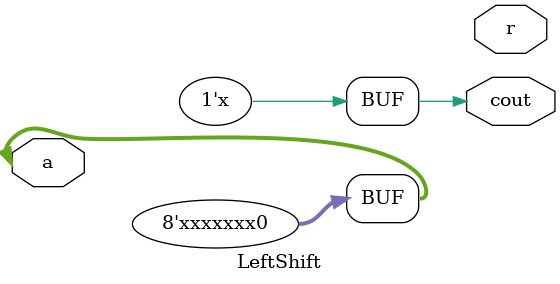
<source format=sv>
`timescale 1ns / 1ps


module LeftShift(
    input reg [7:0]a,
    output [7:0]r,
    output reg cout
    );
    
    always @(*) begin
        cout <= a[7];
        a <= a << 1'b1;
    end
endmodule

</source>
